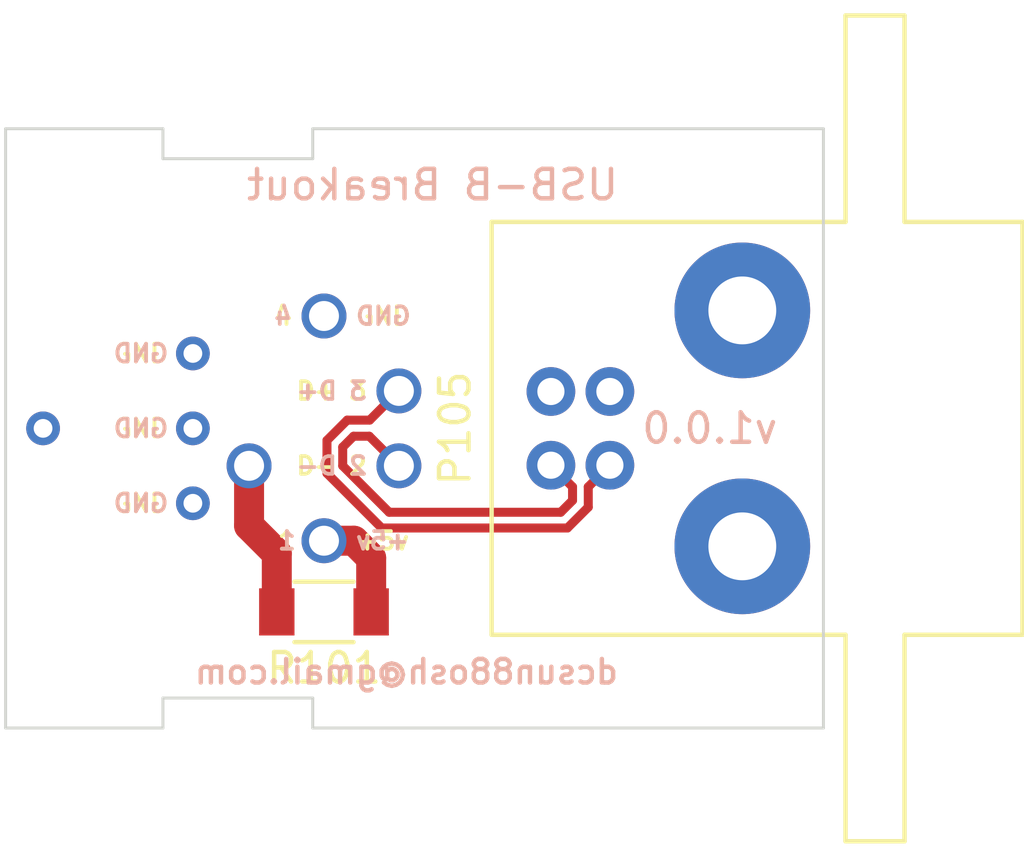
<source format=kicad_pcb>
(kicad_pcb (version 4) (host pcbnew 4.0.7)

  (general
    (links 11)
    (no_connects 0)
    (area 120.619587 86.821253 163.078747 116.378747)
    (thickness 1.6)
    (drawings 37)
    (tracks 25)
    (zones 0)
    (modules 12)
    (nets 6)
  )

  (page A4)
  (title_block
    (title "USB-B panel mount breakout")
    (date 2018-04-24)
    (rev v1.0.0)
  )

  (layers
    (0 F.Cu signal)
    (1 In1.Cu power)
    (2 In2.Cu power)
    (31 B.Cu signal)
    (32 B.Adhes user)
    (33 F.Adhes user)
    (34 B.Paste user)
    (35 F.Paste user)
    (36 B.SilkS user)
    (37 F.SilkS user)
    (38 B.Mask user)
    (39 F.Mask user)
    (40 Dwgs.User user)
    (41 Cmts.User user)
    (42 Eco1.User user)
    (43 Eco2.User user)
    (44 Edge.Cuts user)
    (45 Margin user)
    (46 B.CrtYd user)
    (47 F.CrtYd user)
    (48 B.Fab user)
    (49 F.Fab user)
  )

  (setup
    (last_trace_width 0.254)
    (user_trace_width 0.254)
    (user_trace_width 0.381)
    (user_trace_width 0.508)
    (user_trace_width 0.635)
    (user_trace_width 0.762)
    (user_trace_width 0.889)
    (user_trace_width 1.016)
    (user_trace_width 1.27)
    (trace_clearance 0.253746)
    (zone_clearance 0.253746)
    (zone_45_only no)
    (trace_min 0.127)
    (segment_width 0.15)
    (edge_width 0.1)
    (via_size 0.889)
    (via_drill 0.3302)
    (via_min_size 0.508)
    (via_min_drill 0.254)
    (user_via 0.889 0.3302)
    (user_via 1.016 0.508)
    (user_via 1.016 0.6096)
    (user_via 1.27 0.635)
    (user_via 1.524 0.762)
    (user_via 1.778 0.889)
    (user_via 2.032 1.016)
    (user_via 2.286 1.143)
    (uvia_size 0.889)
    (uvia_drill 0.3302)
    (uvias_allowed no)
    (uvia_min_size 0.508)
    (uvia_min_drill 0.254)
    (pcb_text_width 0.3)
    (pcb_text_size 1.5 1.5)
    (mod_edge_width 0.15)
    (mod_text_size 1 1)
    (mod_text_width 0.15)
    (pad_size 4.6 4.6)
    (pad_drill 2.3)
    (pad_to_mask_clearance 0.0508)
    (aux_axis_origin 0 0)
    (visible_elements FFFEFF7F)
    (pcbplotparams
      (layerselection 0x010f0_80000007)
      (usegerberextensions false)
      (excludeedgelayer true)
      (linewidth 0.100000)
      (plotframeref false)
      (viasonmask true)
      (mode 1)
      (useauxorigin false)
      (hpglpennumber 1)
      (hpglpenspeed 20)
      (hpglpendiameter 15)
      (hpglpenoverlay 2)
      (psnegative false)
      (psa4output false)
      (plotreference true)
      (plotvalue false)
      (plotinvisibletext false)
      (padsonsilk false)
      (subtractmaskfromsilk true)
      (outputformat 1)
      (mirror false)
      (drillshape 0)
      (scaleselection 1)
      (outputdirectory gerber))
  )

  (net 0 "")
  (net 1 GND)
  (net 2 /D-)
  (net 3 /D+)
  (net 4 VCC)
  (net 5 /+5v)

  (net_class Default "This is the default net class."
    (clearance 0.253746)
    (trace_width 0.254)
    (via_dia 0.889)
    (via_drill 0.3302)
    (uvia_dia 0.889)
    (uvia_drill 0.3302)
    (add_net /+5v)
    (add_net GND)
    (add_net VCC)
  )

  (net_class "Diff Pair" ""
    (clearance 0.228346)
    (trace_width 0.254)
    (via_dia 0.889)
    (via_drill 0.3302)
    (uvia_dia 0.889)
    (uvia_drill 0.3302)
    (add_net /D+)
    (add_net /D-)
  )

  (net_class minimum ""
    (clearance 0.127)
    (trace_width 0.127)
    (via_dia 0.508)
    (via_drill 0.254)
    (uvia_dia 0.508)
    (uvia_drill 0.254)
  )

  (module local:Stitching_Via_40x24mil locked (layer F.Cu) (tedit 5ADA98CB) (tstamp 5ADF8ABC)
    (at 134.62 104.14)
    (fp_text reference REF** (at 0 1.778) (layer F.SilkS) hide
      (effects (font (size 1 1) (thickness 0.15)))
    )
    (fp_text value Stitching_Via_40x24mil (at 0 -1.524) (layer F.Fab) hide
      (effects (font (size 1 1) (thickness 0.15)))
    )
    (pad ~ thru_hole circle (at 0 0) (size 1.143 1.143) (drill 0.635) (layers *.Cu *.Mask)
      (net 1 GND))
  )

  (module local:Stitching_Via_40x24mil locked (layer F.Cu) (tedit 5ADA98BE) (tstamp 5ADF8AB7)
    (at 134.62 99.06)
    (fp_text reference REF** (at 0 1.778) (layer F.SilkS) hide
      (effects (font (size 1 1) (thickness 0.15)))
    )
    (fp_text value Stitching_Via_40x24mil (at 0 -1.524) (layer F.Fab) hide
      (effects (font (size 1 1) (thickness 0.15)))
    )
    (pad ~ thru_hole circle (at 0 0) (size 1.143 1.143) (drill 0.635) (layers *.Cu *.Mask)
      (net 1 GND))
  )

  (module local:Stitching_Via_40x24mil locked (layer F.Cu) (tedit 5ADA98C5) (tstamp 5ADF8AB3)
    (at 134.62 101.6)
    (fp_text reference REF** (at 0 1.778) (layer F.SilkS) hide
      (effects (font (size 1 1) (thickness 0.15)))
    )
    (fp_text value Stitching_Via_40x24mil (at 0 -1.524) (layer F.Fab) hide
      (effects (font (size 1 1) (thickness 0.15)))
    )
    (pad ~ thru_hole circle (at 0 0) (size 1.143 1.143) (drill 0.635) (layers *.Cu *.Mask)
      (net 1 GND))
  )

  (module local:MountingHole_125mil locked (layer F.Cu) (tedit 561EF85B) (tstamp 5ADA6EE2)
    (at 132.08 107.95)
    (descr "Mounting hole, NPTH 0.125in")
    (tags "Mounting hole 0.125in")
    (fp_text reference REF** (at 0 -4.572) (layer F.SilkS) hide
      (effects (font (size 1 1) (thickness 0.15)))
    )
    (fp_text value MountingHole_125mil (at 0 4.699) (layer F.Fab) hide
      (effects (font (size 1 1) (thickness 0.15)))
    )
    (fp_circle (center 0 0) (end 3.81 0) (layer Cmts.User) (width 0.381))
    (pad "" np_thru_hole circle (at 0 0) (size 3.175 3.175) (drill 3.175) (layers *.Cu *.Mask))
  )

  (module local:MountingHole_125mil locked (layer F.Cu) (tedit 561EF85B) (tstamp 5ADA6EE0)
    (at 132.08 95.25)
    (descr "Mounting hole, NPTH 0.125in")
    (tags "Mounting hole 0.125in")
    (fp_text reference REF** (at 0 -4.572) (layer F.SilkS) hide
      (effects (font (size 1 1) (thickness 0.15)))
    )
    (fp_text value MountingHole_125mil (at 0 4.699) (layer F.Fab) hide
      (effects (font (size 1 1) (thickness 0.15)))
    )
    (fp_circle (center 0 0) (end 3.81 0) (layer Cmts.User) (width 0.381))
    (pad "" np_thru_hole circle (at 0 0) (size 3.175 3.175) (drill 3.175) (layers *.Cu *.Mask))
  )

  (module local:Stitching_Via_40x24mil locked (layer F.Cu) (tedit 5ADA9664) (tstamp 5ADF8A91)
    (at 129.54 101.6)
    (fp_text reference REF** (at 0 1.778) (layer F.SilkS) hide
      (effects (font (size 1 1) (thickness 0.15)))
    )
    (fp_text value Stitching_Via_40x24mil (at 0 -1.524) (layer F.Fab) hide
      (effects (font (size 1 1) (thickness 0.15)))
    )
    (pad ~ thru_hole circle (at 0 0) (size 1.143 1.143) (drill 0.635) (layers *.Cu *.Mask)
      (net 1 GND) (zone_connect 2))
  )

  (module local:wire_60x40mil (layer F.Cu) (tedit 5ADFBC1D) (tstamp 5ADFD8D6)
    (at 139.065 105.41)
    (path /5ADEA025)
    (fp_text reference P101 (at 0 -1.524) (layer F.SilkS) hide
      (effects (font (size 1 1) (thickness 0.15)))
    )
    (fp_text value CONN_01X01 (at 0 -2.794) (layer F.Fab)
      (effects (font (size 1 1) (thickness 0.15)))
    )
    (pad 1 thru_hole circle (at 0 0) (size 1.524 1.524) (drill 1.016) (layers *.Cu *.Mask)
      (net 5 /+5v))
  )

  (module local:wire_60x40mil (layer F.Cu) (tedit 5ADFBC1D) (tstamp 5ADFD8DA)
    (at 141.605 102.87)
    (path /5AD927DD)
    (fp_text reference P102 (at 0 -1.524) (layer F.SilkS) hide
      (effects (font (size 1 1) (thickness 0.15)))
    )
    (fp_text value CONN_01X01 (at 0 -2.794) (layer F.Fab)
      (effects (font (size 1 1) (thickness 0.15)))
    )
    (pad 1 thru_hole circle (at 0 0) (size 1.524 1.524) (drill 1.016) (layers *.Cu *.Mask)
      (net 2 /D-))
  )

  (module local:wire_60x40mil (layer F.Cu) (tedit 5ADFBC1D) (tstamp 5ADFD8DE)
    (at 141.605 100.33)
    (path /5AD928A6)
    (fp_text reference P103 (at 0 -1.524) (layer F.SilkS) hide
      (effects (font (size 1 1) (thickness 0.15)))
    )
    (fp_text value CONN_01X01 (at 0 -2.794) (layer F.Fab)
      (effects (font (size 1 1) (thickness 0.15)))
    )
    (pad 1 thru_hole circle (at 0 0) (size 1.524 1.524) (drill 1.016) (layers *.Cu *.Mask)
      (net 3 /D+))
  )

  (module local:wire_60x40mil (layer F.Cu) (tedit 5ADFBC1D) (tstamp 5ADFD8E2)
    (at 139.065 97.79)
    (path /5ADEA065)
    (fp_text reference P104 (at 0 -1.524) (layer F.SilkS) hide
      (effects (font (size 1 1) (thickness 0.15)))
    )
    (fp_text value CONN_01X01 (at 0 -2.794) (layer F.Fab)
      (effects (font (size 1 1) (thickness 0.15)))
    )
    (pad 1 thru_hole circle (at 0 0) (size 1.524 1.524) (drill 1.016) (layers *.Cu *.Mask)
      (net 1 GND))
  )

  (module local:usb-b-pm (layer F.Cu) (tedit 5AE35714) (tstamp 5ADFD977)
    (at 158.75 101.6 90)
    (path /5ADFC07A)
    (fp_text reference P105 (at 0 -15.24 90) (layer F.SilkS)
      (effects (font (size 1 1) (thickness 0.15)))
    )
    (fp_text value USB_B (at 0 -18 90) (layer F.Fab)
      (effects (font (size 1 1) (thickness 0.15)))
    )
    (fp_line (start 0 -0.5) (end 0 0.5) (layer Cmts.User) (width 0.15))
    (fp_text user "Board Edge (y-2.25mm)" (at 0 -1.5 90) (layer Cmts.User)
      (effects (font (size 0.5 0.5) (thickness 0.05)))
    )
    (fp_line (start -14 -2.25) (end 14 -2.25) (layer Cmts.User) (width 0.15))
    (fp_line (start 14.5 -2.5) (end -14.5 -2.5) (layer F.CrtYd) (width 0.05))
    (fp_line (start 14.5 -7.7) (end 14.5 -2.5) (layer F.CrtYd) (width 0.05))
    (fp_line (start 7.5 -7.7) (end 14.5 -7.7) (layer F.CrtYd) (width 0.05))
    (fp_line (start 7.5 -14.5) (end 7.5 -7.7) (layer F.CrtYd) (width 0.05))
    (fp_line (start -7.5 -14.5) (end 7.5 -14.5) (layer F.CrtYd) (width 0.05))
    (fp_line (start -7.5 -7.7) (end -7.5 -14.5) (layer F.CrtYd) (width 0.05))
    (fp_line (start -14.5 -7.7) (end -7.5 -7.7) (layer F.CrtYd) (width 0.05))
    (fp_line (start -14.5 -2.5) (end -14.5 -7.7) (layer F.CrtYd) (width 0.05))
    (fp_line (start -7 0) (end -14 0) (layer F.SilkS) (width 0.15))
    (fp_line (start -7 4) (end -7 0) (layer F.SilkS) (width 0.15))
    (fp_line (start 7 4) (end -7 4) (layer F.SilkS) (width 0.15))
    (fp_line (start 7 0) (end 7 4) (layer F.SilkS) (width 0.15))
    (fp_line (start 14 0) (end 7 0) (layer F.SilkS) (width 0.15))
    (fp_line (start 14 -2) (end 14 0) (layer F.SilkS) (width 0.15))
    (fp_line (start 7 -2) (end 14 -2) (layer F.SilkS) (width 0.15))
    (fp_line (start 7 -14) (end 7 -2) (layer F.SilkS) (width 0.15))
    (fp_line (start -7 -14) (end 7 -14) (layer F.SilkS) (width 0.15))
    (fp_line (start -7 -2) (end -7 -14) (layer F.SilkS) (width 0.15))
    (fp_line (start -14 -2) (end -7 -2) (layer F.SilkS) (width 0.15))
    (fp_line (start -14 0) (end -14 -2) (layer F.SilkS) (width 0.15))
    (fp_line (start -14 0) (end 14 0) (layer Cmts.User) (width 0.15))
    (fp_text user Panel (at 0 1 90) (layer Cmts.User)
      (effects (font (size 0.5 0.5) (thickness 0.05)))
    )
    (pad 5 thru_hole circle (at -4 -5.5 90) (size 4.6 4.6) (drill 2.3) (layers *.Cu *.Mask)
      (net 1 GND) (clearance 0.508))
    (pad 5 thru_hole circle (at 4 -5.5 90) (size 4.6 4.6) (drill 2.3) (layers *.Cu *.Mask)
      (net 1 GND) (clearance 0.508))
    (pad 1 thru_hole circle (at 1.25 -11.99 90) (size 1.651 1.651) (drill 0.92) (layers *.Cu *.Mask)
      (net 4 VCC))
    (pad 4 thru_hole circle (at 1.25 -9.99 90) (size 1.651 1.651) (drill 0.92) (layers *.Cu *.Mask)
      (net 1 GND))
    (pad 2 thru_hole circle (at -1.25 -11.99 90) (size 1.651 1.651) (drill 0.92) (layers *.Cu *.Mask)
      (net 2 /D-))
    (pad 3 thru_hole circle (at -1.25 -9.99 90) (size 1.651 1.651) (drill 0.92) (layers *.Cu *.Mask)
      (net 3 /D+))
    (model /home/guest/cae/kicad/mod/local.pretty/packages3d/musbd111m1.wrl
      (at (xyz 0 0 0))
      (scale (xyz 0.393700787402 0.393700787402 0.393700787402))
      (rotate (xyz 0 0 0))
    )
  )

  (module local:C_1206_HandSoldering (layer F.Cu) (tedit 57CA3D27) (tstamp 5AE274B2)
    (at 139.065 107.823)
    (descr "Capacitor SMD 1206, hand soldering")
    (tags "capacitor 1206")
    (path /5AE28356)
    (attr smd)
    (fp_text reference R101 (at 0 1.905) (layer F.SilkS)
      (effects (font (size 1 1) (thickness 0.15)))
    )
    (fp_text value 0R (at 0 2.3) (layer F.Fab)
      (effects (font (size 1 1) (thickness 0.15)))
    )
    (fp_line (start -2.5 -1.15) (end 2.5 -1.15) (layer F.CrtYd) (width 0.05))
    (fp_line (start -2.5 1.15) (end 2.5 1.15) (layer F.CrtYd) (width 0.05))
    (fp_line (start -2.5 -1.15) (end -2.5 1.15) (layer F.CrtYd) (width 0.05))
    (fp_line (start 2.5 -1.15) (end 2.5 1.15) (layer F.CrtYd) (width 0.05))
    (fp_line (start 1 -1.025) (end -1 -1.025) (layer F.SilkS) (width 0.15))
    (fp_line (start -1 1.025) (end 1 1.025) (layer F.SilkS) (width 0.15))
    (pad 1 smd rect (at -1.6 0) (size 1.2 1.6) (layers F.Cu F.Paste F.Mask)
      (net 4 VCC))
    (pad 2 smd rect (at 1.6 0) (size 1.2 1.6) (layers F.Cu F.Paste F.Mask)
      (net 5 /+5v))
    (model Capacitors_SMD.3dshapes/C_1206_HandSoldering.wrl
      (at (xyz 0 0 0))
      (scale (xyz 1 1 1))
      (rotate (xyz 0 0 0))
    )
  )

  (gr_text +5v (at 140.081 105.41) (layer B.SilkS) (tstamp 5AE279B0)
    (effects (font (size 0.6 0.6) (thickness 0.127)) (justify right mirror))
  )
  (gr_text D- (at 139.573 102.87) (layer B.SilkS) (tstamp 5AE279A8)
    (effects (font (size 0.6 0.6) (thickness 0.127)) (justify left mirror))
  )
  (gr_text D+ (at 139.573 100.33) (layer B.SilkS) (tstamp 5AE2799C)
    (effects (font (size 0.6 0.6) (thickness 0.127)) (justify left mirror))
  )
  (gr_text GND (at 140.081 97.79) (layer B.SilkS) (tstamp 5AE27991)
    (effects (font (size 0.6 0.6) (thickness 0.127)) (justify right mirror))
  )
  (gr_text 4 (at 138.049 97.79) (layer B.SilkS) (tstamp 5AE2794D)
    (effects (font (size 0.6 0.6) (thickness 0.127)) (justify left mirror))
  )
  (gr_text 3 (at 140.589 100.33) (layer B.SilkS) (tstamp 5AE27903)
    (effects (font (size 0.6 0.6) (thickness 0.127)) (justify left mirror))
  )
  (gr_text 2 (at 140.589 102.87) (layer B.SilkS) (tstamp 5AE278FE)
    (effects (font (size 0.6 0.6) (thickness 0.127)) (justify left mirror))
  )
  (gr_text 1 (at 138.176 105.41) (layer B.SilkS) (tstamp 5AE278F9)
    (effects (font (size 0.6 0.6) (thickness 0.127)) (justify left mirror))
  )
  (gr_text D- (at 139.573 102.87) (layer F.SilkS) (tstamp 5AE278DF)
    (effects (font (size 0.6 0.6) (thickness 0.127)) (justify right))
  )
  (gr_text D+ (at 139.573 100.33) (layer F.SilkS) (tstamp 5AE278D1)
    (effects (font (size 0.6 0.6) (thickness 0.127)) (justify right))
  )
  (gr_text +5v (at 140.081 105.41) (layer F.SilkS) (tstamp 5AE278C3)
    (effects (font (size 0.6 0.6) (thickness 0.127)) (justify left))
  )
  (gr_text GND (at 140.081 97.79) (layer F.SilkS) (tstamp 5AE278B1)
    (effects (font (size 0.6 0.6) (thickness 0.127)) (justify left))
  )
  (gr_text 4 (at 138.049 97.79) (layer F.SilkS) (tstamp 5AE27882)
    (effects (font (size 0.6 0.6) (thickness 0.127)) (justify right))
  )
  (gr_text 3 (at 140.589 100.33) (layer F.SilkS) (tstamp 5AE27880)
    (effects (font (size 0.6 0.6) (thickness 0.127)) (justify right))
  )
  (gr_text 2 (at 140.589 102.87) (layer F.SilkS) (tstamp 5AE2787C)
    (effects (font (size 0.6 0.6) (thickness 0.127)) (justify right))
  )
  (gr_text 1 (at 138.176 105.41) (layer F.SilkS) (tstamp 5AE27868)
    (effects (font (size 0.6 0.6) (thickness 0.127)) (justify right))
  )
  (gr_text GND (at 133.858 99.06) (layer B.SilkS) (tstamp 5ADF8AD1)
    (effects (font (size 0.6 0.6) (thickness 0.127)) (justify left mirror))
  )
  (gr_text GND (at 133.858 101.6) (layer B.SilkS) (tstamp 5ADF8AD0)
    (effects (font (size 0.6 0.6) (thickness 0.127)) (justify left mirror))
  )
  (gr_text GND (at 133.858 104.14) (layer B.SilkS) (tstamp 5ADF8ACD)
    (effects (font (size 0.6 0.6) (thickness 0.127)) (justify left mirror))
  )
  (gr_text GND (at 133.858 104.14) (layer F.SilkS) (tstamp 5ADF8AC9)
    (effects (font (size 0.6 0.6) (thickness 0.127)) (justify right))
  )
  (gr_text GND (at 133.858 101.6) (layer F.SilkS) (tstamp 5ADF8AC8)
    (effects (font (size 0.6 0.6) (thickness 0.127)) (justify right))
  )
  (gr_text GND (at 133.858 99.06) (layer F.SilkS) (tstamp 5ADF8AC2)
    (effects (font (size 0.6 0.6) (thickness 0.127)) (justify right))
  )
  (gr_line (start 133.604 111.76) (end 128.27 111.76) (layer Edge.Cuts) (width 0.1))
  (gr_line (start 133.604 91.44) (end 128.27 91.44) (layer Edge.Cuts) (width 0.1))
  (gr_line (start 138.684 110.744) (end 138.684 111.76) (layer Edge.Cuts) (width 0.1))
  (gr_line (start 133.604 110.744) (end 138.684 110.744) (layer Edge.Cuts) (width 0.1))
  (gr_line (start 133.604 111.76) (end 133.604 110.744) (layer Edge.Cuts) (width 0.1))
  (gr_line (start 138.684 92.456) (end 138.684 91.44) (layer Edge.Cuts) (width 0.1))
  (gr_line (start 133.604 92.456) (end 138.684 92.456) (layer Edge.Cuts) (width 0.1))
  (gr_line (start 133.604 91.44) (end 133.604 92.456) (layer Edge.Cuts) (width 0.1))
  (gr_text "USB-B Breakout" (at 142.748 93.345) (layer B.SilkS) (tstamp 5ADDDD78)
    (effects (font (size 1 1) (thickness 0.15)) (justify mirror))
  )
  (gr_text v1.0.0 (at 152.146 101.6) (layer B.SilkS) (tstamp 5ADDDD75)
    (effects (font (size 1 1) (thickness 0.15)) (justify mirror))
  )
  (gr_text dcsun88osh@gmail.com (at 141.859 109.855) (layer B.SilkS)
    (effects (font (size 0.8 0.8) (thickness 0.15)) (justify mirror))
  )
  (gr_line (start 156 91.44) (end 156 111.76) (layer Edge.Cuts) (width 0.1))
  (gr_line (start 138.684 91.44) (end 156 91.44) (layer Edge.Cuts) (width 0.1))
  (gr_line (start 128.27 111.76) (end 128.27 91.44) (layer Edge.Cuts) (width 0.1))
  (gr_line (start 156 111.76) (end 138.684 111.76) (layer Edge.Cuts) (width 0.1))

  (segment (start 146.76 102.85) (end 147.493301 103.583301) (width 0.3048) (layer F.Cu) (net 2))
  (segment (start 147.493301 103.583301) (end 147.493301 104.042899) (width 0.3048) (layer F.Cu) (net 2))
  (segment (start 147.493301 104.042899) (end 147.0914 104.4448) (width 0.3048) (layer F.Cu) (net 2))
  (segment (start 147.0914 104.4448) (end 141.2748 104.4448) (width 0.3048) (layer F.Cu) (net 2))
  (segment (start 141.2748 104.4448) (end 139.7 102.87) (width 0.3048) (layer F.Cu) (net 2))
  (segment (start 139.7 102.87) (end 139.7 102.235) (width 0.3048) (layer F.Cu) (net 2))
  (segment (start 139.7 102.235) (end 140.068301 101.866699) (width 0.3048) (layer F.Cu) (net 2))
  (segment (start 140.068301 101.866699) (end 140.601699 101.866699) (width 0.3048) (layer F.Cu) (net 2))
  (segment (start 140.601699 101.866699) (end 141.605 102.87) (width 0.3048) (layer F.Cu) (net 2))
  (segment (start 148.76 102.85) (end 148.026699 103.583301) (width 0.3048) (layer F.Cu) (net 3))
  (segment (start 148.026699 103.583301) (end 148.026699 104.271501) (width 0.3048) (layer F.Cu) (net 3))
  (segment (start 148.026699 104.271501) (end 147.32 104.9782) (width 0.3048) (layer F.Cu) (net 3))
  (segment (start 147.32 104.9782) (end 141.0208 104.9782) (width 0.3048) (layer F.Cu) (net 3))
  (segment (start 141.0208 104.9782) (end 139.1666 103.124) (width 0.3048) (layer F.Cu) (net 3))
  (segment (start 139.1666 103.124) (end 139.1666 102.0064) (width 0.3048) (layer F.Cu) (net 3))
  (segment (start 139.1666 102.0064) (end 139.8524 101.3206) (width 0.3048) (layer F.Cu) (net 3))
  (segment (start 139.8524 101.3206) (end 140.6144 101.3206) (width 0.3048) (layer F.Cu) (net 3))
  (segment (start 140.6144 101.3206) (end 141.605 100.33) (width 0.3048) (layer F.Cu) (net 3))
  (via (at 136.525 102.87) (size 1.524) (drill 1.016) (layers F.Cu B.Cu) (net 4))
  (segment (start 137.465 105.842) (end 137.465 107.823) (width 1.016) (layer F.Cu) (net 4))
  (segment (start 136.525 102.87) (end 136.525 104.902) (width 1.016) (layer F.Cu) (net 4))
  (segment (start 136.525 104.902) (end 137.465 105.842) (width 1.016) (layer F.Cu) (net 4))
  (segment (start 139.065 105.41) (end 140.081 105.41) (width 1.016) (layer F.Cu) (net 5))
  (segment (start 140.081 105.41) (end 140.665 105.994) (width 1.016) (layer F.Cu) (net 5))
  (segment (start 140.665 105.994) (end 140.665 107.823) (width 1.016) (layer F.Cu) (net 5))

  (zone (net 1) (net_name GND) (layer In1.Cu) (tstamp 0) (hatch edge 0.508)
    (connect_pads (clearance 0.253746))
    (min_thickness 0.254)
    (fill yes (arc_segments 16) (thermal_gap 0.253746) (thermal_bridge_width 0.508))
    (polygon
      (pts
        (xy 128.27 91.44) (xy 128.27 111.76) (xy 156.21 111.76) (xy 156.21 91.44)
      )
    )
    (filled_polygon
      (pts
        (xy 133.173254 92.456) (xy 133.206043 92.620839) (xy 133.299417 92.760583) (xy 133.439161 92.853957) (xy 133.604 92.886746)
        (xy 138.684 92.886746) (xy 138.848839 92.853957) (xy 138.988583 92.760583) (xy 139.081957 92.620839) (xy 139.114746 92.456)
        (xy 139.114746 91.870746) (xy 155.569254 91.870746) (xy 155.569254 96.184181) (xy 155.533518 96.097907) (xy 155.203043 95.826562)
        (xy 153.429605 97.6) (xy 155.203043 99.373438) (xy 155.533518 99.102093) (xy 155.569254 99.014028) (xy 155.569254 104.184181)
        (xy 155.533518 104.097907) (xy 155.203043 103.826562) (xy 153.429605 105.6) (xy 155.203043 107.373438) (xy 155.533518 107.102093)
        (xy 155.569254 107.014028) (xy 155.569254 111.329254) (xy 139.114746 111.329254) (xy 139.114746 110.744) (xy 139.081957 110.579161)
        (xy 138.988583 110.439417) (xy 138.848839 110.346043) (xy 138.684 110.313254) (xy 133.604 110.313254) (xy 133.439161 110.346043)
        (xy 133.299417 110.439417) (xy 133.206043 110.579161) (xy 133.173254 110.744) (xy 133.173254 111.329254) (xy 128.700746 111.329254)
        (xy 128.700746 108.339791) (xy 130.111413 108.339791) (xy 130.410429 109.063465) (xy 130.963623 109.617625) (xy 131.686774 109.917903)
        (xy 132.469791 109.918587) (xy 133.193465 109.619571) (xy 133.747625 109.066377) (xy 134.047903 108.343226) (xy 134.048587 107.560209)
        (xy 134.045627 107.553043) (xy 151.476562 107.553043) (xy 151.747907 107.883518) (xy 152.736112 108.284521) (xy 153.80255 108.276831)
        (xy 154.752093 107.883518) (xy 155.023438 107.553043) (xy 153.25 105.779605) (xy 151.476562 107.553043) (xy 134.045627 107.553043)
        (xy 133.749571 106.836535) (xy 133.196377 106.282375) (xy 132.473226 105.982097) (xy 131.690209 105.981413) (xy 130.966535 106.280429)
        (xy 130.412375 106.833623) (xy 130.112097 107.556774) (xy 130.111413 108.339791) (xy 128.700746 108.339791) (xy 128.700746 105.636309)
        (xy 137.922056 105.636309) (xy 138.095662 106.056468) (xy 138.416841 106.378208) (xy 138.836696 106.552547) (xy 139.291309 106.552944)
        (xy 139.711468 106.379338) (xy 140.033208 106.058159) (xy 140.207547 105.638304) (xy 140.207944 105.183691) (xy 140.167626 105.086112)
        (xy 150.565479 105.086112) (xy 150.573169 106.15255) (xy 150.966482 107.102093) (xy 151.296957 107.373438) (xy 153.070395 105.6)
        (xy 151.296957 103.826562) (xy 150.966482 104.097907) (xy 150.565479 105.086112) (xy 140.167626 105.086112) (xy 140.034338 104.763532)
        (xy 139.713159 104.441792) (xy 139.293304 104.267453) (xy 138.838691 104.267056) (xy 138.418532 104.440662) (xy 138.096792 104.761841)
        (xy 137.922453 105.181696) (xy 137.922056 105.636309) (xy 128.700746 105.636309) (xy 128.700746 104.842481) (xy 134.097124 104.842481)
        (xy 134.156967 104.993376) (xy 134.518785 105.105612) (xy 134.896013 105.070842) (xy 135.083033 104.993376) (xy 135.142876 104.842481)
        (xy 134.62 104.319605) (xy 134.097124 104.842481) (xy 128.700746 104.842481) (xy 128.700746 104.038785) (xy 133.654388 104.038785)
        (xy 133.689158 104.416013) (xy 133.766624 104.603033) (xy 133.917519 104.662876) (xy 134.440395 104.14) (xy 134.799605 104.14)
        (xy 135.322481 104.662876) (xy 135.473376 104.603033) (xy 135.585612 104.241215) (xy 135.550842 103.863987) (xy 135.473376 103.676967)
        (xy 135.322481 103.617124) (xy 134.799605 104.14) (xy 134.440395 104.14) (xy 133.917519 103.617124) (xy 133.766624 103.676967)
        (xy 133.654388 104.038785) (xy 128.700746 104.038785) (xy 128.700746 103.437519) (xy 134.097124 103.437519) (xy 134.62 103.960395)
        (xy 135.142876 103.437519) (xy 135.083033 103.286624) (xy 134.721215 103.174388) (xy 134.343987 103.209158) (xy 134.156967 103.286624)
        (xy 134.097124 103.437519) (xy 128.700746 103.437519) (xy 128.700746 103.096309) (xy 135.382056 103.096309) (xy 135.555662 103.516468)
        (xy 135.876841 103.838208) (xy 136.296696 104.012547) (xy 136.751309 104.012944) (xy 137.171468 103.839338) (xy 137.493208 103.518159)
        (xy 137.667547 103.098304) (xy 137.667548 103.096309) (xy 140.462056 103.096309) (xy 140.635662 103.516468) (xy 140.956841 103.838208)
        (xy 141.376696 104.012547) (xy 141.831309 104.012944) (xy 142.251468 103.839338) (xy 142.573208 103.518159) (xy 142.747547 103.098304)
        (xy 142.747555 103.088885) (xy 145.553545 103.088885) (xy 145.736798 103.532391) (xy 146.075824 103.87201) (xy 146.51901 104.056036)
        (xy 146.998885 104.056455) (xy 147.442391 103.873202) (xy 147.760257 103.555891) (xy 148.075824 103.87201) (xy 148.51901 104.056036)
        (xy 148.998885 104.056455) (xy 149.442391 103.873202) (xy 149.669031 103.646957) (xy 151.476562 103.646957) (xy 153.25 105.420395)
        (xy 155.023438 103.646957) (xy 154.752093 103.316482) (xy 153.763888 102.915479) (xy 152.69745 102.923169) (xy 151.747907 103.316482)
        (xy 151.476562 103.646957) (xy 149.669031 103.646957) (xy 149.78201 103.534176) (xy 149.966036 103.09099) (xy 149.966455 102.611115)
        (xy 149.783202 102.167609) (xy 149.444176 101.82799) (xy 149.00099 101.643964) (xy 148.521115 101.643545) (xy 148.077609 101.826798)
        (xy 147.759743 102.144109) (xy 147.444176 101.82799) (xy 147.00099 101.643964) (xy 146.521115 101.643545) (xy 146.077609 101.826798)
        (xy 145.73799 102.165824) (xy 145.553964 102.60901) (xy 145.553545 103.088885) (xy 142.747555 103.088885) (xy 142.747944 102.643691)
        (xy 142.574338 102.223532) (xy 142.253159 101.901792) (xy 141.833304 101.727453) (xy 141.378691 101.727056) (xy 140.958532 101.900662)
        (xy 140.636792 102.221841) (xy 140.462453 102.641696) (xy 140.462056 103.096309) (xy 137.667548 103.096309) (xy 137.667944 102.643691)
        (xy 137.494338 102.223532) (xy 137.173159 101.901792) (xy 136.753304 101.727453) (xy 136.298691 101.727056) (xy 135.878532 101.900662)
        (xy 135.556792 102.221841) (xy 135.382453 102.641696) (xy 135.382056 103.096309) (xy 128.700746 103.096309) (xy 128.700746 102.302481)
        (xy 134.097124 102.302481) (xy 134.156967 102.453376) (xy 134.518785 102.565612) (xy 134.896013 102.530842) (xy 135.083033 102.453376)
        (xy 135.142876 102.302481) (xy 134.62 101.779605) (xy 134.097124 102.302481) (xy 128.700746 102.302481) (xy 128.700746 101.498785)
        (xy 133.654388 101.498785) (xy 133.689158 101.876013) (xy 133.766624 102.063033) (xy 133.917519 102.122876) (xy 134.440395 101.6)
        (xy 134.799605 101.6) (xy 135.322481 102.122876) (xy 135.473376 102.063033) (xy 135.585612 101.701215) (xy 135.550842 101.323987)
        (xy 135.473376 101.136967) (xy 135.322481 101.077124) (xy 134.799605 101.6) (xy 134.440395 101.6) (xy 133.917519 101.077124)
        (xy 133.766624 101.136967) (xy 133.654388 101.498785) (xy 128.700746 101.498785) (xy 128.700746 100.897519) (xy 134.097124 100.897519)
        (xy 134.62 101.420395) (xy 135.142876 100.897519) (xy 135.083033 100.746624) (xy 134.721215 100.634388) (xy 134.343987 100.669158)
        (xy 134.156967 100.746624) (xy 134.097124 100.897519) (xy 128.700746 100.897519) (xy 128.700746 100.556309) (xy 140.462056 100.556309)
        (xy 140.635662 100.976468) (xy 140.956841 101.298208) (xy 141.376696 101.472547) (xy 141.831309 101.472944) (xy 142.251468 101.299338)
        (xy 142.573208 100.978159) (xy 142.734848 100.588885) (xy 145.553545 100.588885) (xy 145.736798 101.032391) (xy 146.075824 101.37201)
        (xy 146.51901 101.556036) (xy 146.998885 101.556455) (xy 147.442391 101.373202) (xy 147.578722 101.237109) (xy 148.052496 101.237109)
        (xy 148.143706 101.414322) (xy 148.597916 101.56915) (xy 149.076803 101.538374) (xy 149.376294 101.414322) (xy 149.467504 101.237109)
        (xy 148.76 100.529605) (xy 148.052496 101.237109) (xy 147.578722 101.237109) (xy 147.78201 101.034176) (xy 147.790032 101.014857)
        (xy 147.872891 101.057504) (xy 148.580395 100.35) (xy 148.939605 100.35) (xy 149.647109 101.057504) (xy 149.824322 100.966294)
        (xy 149.97915 100.512084) (xy 149.948374 100.033197) (xy 149.824322 99.733706) (xy 149.647109 99.642496) (xy 148.939605 100.35)
        (xy 148.580395 100.35) (xy 147.872891 99.642496) (xy 147.790374 99.684967) (xy 147.783202 99.667609) (xy 147.578842 99.462891)
        (xy 148.052496 99.462891) (xy 148.76 100.170395) (xy 149.377352 99.553043) (xy 151.476562 99.553043) (xy 151.747907 99.883518)
        (xy 152.736112 100.284521) (xy 153.80255 100.276831) (xy 154.752093 99.883518) (xy 155.023438 99.553043) (xy 153.25 97.779605)
        (xy 151.476562 99.553043) (xy 149.377352 99.553043) (xy 149.467504 99.462891) (xy 149.376294 99.285678) (xy 148.922084 99.13085)
        (xy 148.443197 99.161626) (xy 148.143706 99.285678) (xy 148.052496 99.462891) (xy 147.578842 99.462891) (xy 147.444176 99.32799)
        (xy 147.00099 99.143964) (xy 146.521115 99.143545) (xy 146.077609 99.326798) (xy 145.73799 99.665824) (xy 145.553964 100.10901)
        (xy 145.553545 100.588885) (xy 142.734848 100.588885) (xy 142.747547 100.558304) (xy 142.747944 100.103691) (xy 142.574338 99.683532)
        (xy 142.253159 99.361792) (xy 141.833304 99.187453) (xy 141.378691 99.187056) (xy 140.958532 99.360662) (xy 140.636792 99.681841)
        (xy 140.462453 100.101696) (xy 140.462056 100.556309) (xy 128.700746 100.556309) (xy 128.700746 99.762481) (xy 134.097124 99.762481)
        (xy 134.156967 99.913376) (xy 134.518785 100.025612) (xy 134.896013 99.990842) (xy 135.083033 99.913376) (xy 135.142876 99.762481)
        (xy 134.62 99.239605) (xy 134.097124 99.762481) (xy 128.700746 99.762481) (xy 128.700746 98.958785) (xy 133.654388 98.958785)
        (xy 133.689158 99.336013) (xy 133.766624 99.523033) (xy 133.917519 99.582876) (xy 134.440395 99.06) (xy 134.799605 99.06)
        (xy 135.322481 99.582876) (xy 135.473376 99.523033) (xy 135.585612 99.161215) (xy 135.550842 98.783987) (xy 135.487482 98.631021)
        (xy 138.403584 98.631021) (xy 138.486977 98.801646) (xy 138.918117 98.94584) (xy 139.371618 98.914066) (xy 139.643023 98.801646)
        (xy 139.726416 98.631021) (xy 139.065 97.969605) (xy 138.403584 98.631021) (xy 135.487482 98.631021) (xy 135.473376 98.596967)
        (xy 135.322481 98.537124) (xy 134.799605 99.06) (xy 134.440395 99.06) (xy 133.917519 98.537124) (xy 133.766624 98.596967)
        (xy 133.654388 98.958785) (xy 128.700746 98.958785) (xy 128.700746 98.357519) (xy 134.097124 98.357519) (xy 134.62 98.880395)
        (xy 135.142876 98.357519) (xy 135.083033 98.206624) (xy 134.721215 98.094388) (xy 134.343987 98.129158) (xy 134.156967 98.206624)
        (xy 134.097124 98.357519) (xy 128.700746 98.357519) (xy 128.700746 97.643117) (xy 137.90916 97.643117) (xy 137.940934 98.096618)
        (xy 138.053354 98.368023) (xy 138.223979 98.451416) (xy 138.885395 97.79) (xy 139.244605 97.79) (xy 139.906021 98.451416)
        (xy 140.076646 98.368023) (xy 140.22084 97.936883) (xy 140.189066 97.483382) (xy 140.076646 97.211977) (xy 139.906021 97.128584)
        (xy 139.244605 97.79) (xy 138.885395 97.79) (xy 138.223979 97.128584) (xy 138.053354 97.211977) (xy 137.90916 97.643117)
        (xy 128.700746 97.643117) (xy 128.700746 95.639791) (xy 130.111413 95.639791) (xy 130.410429 96.363465) (xy 130.963623 96.917625)
        (xy 131.686774 97.217903) (xy 132.469791 97.218587) (xy 133.122292 96.948979) (xy 138.403584 96.948979) (xy 139.065 97.610395)
        (xy 139.589283 97.086112) (xy 150.565479 97.086112) (xy 150.573169 98.15255) (xy 150.966482 99.102093) (xy 151.296957 99.373438)
        (xy 153.070395 97.6) (xy 151.296957 95.826562) (xy 150.966482 96.097907) (xy 150.565479 97.086112) (xy 139.589283 97.086112)
        (xy 139.726416 96.948979) (xy 139.643023 96.778354) (xy 139.211883 96.63416) (xy 138.758382 96.665934) (xy 138.486977 96.778354)
        (xy 138.403584 96.948979) (xy 133.122292 96.948979) (xy 133.193465 96.919571) (xy 133.747625 96.366377) (xy 134.046353 95.646957)
        (xy 151.476562 95.646957) (xy 153.25 97.420395) (xy 155.023438 95.646957) (xy 154.752093 95.316482) (xy 153.763888 94.915479)
        (xy 152.69745 94.923169) (xy 151.747907 95.316482) (xy 151.476562 95.646957) (xy 134.046353 95.646957) (xy 134.047903 95.643226)
        (xy 134.048587 94.860209) (xy 133.749571 94.136535) (xy 133.196377 93.582375) (xy 132.473226 93.282097) (xy 131.690209 93.281413)
        (xy 130.966535 93.580429) (xy 130.412375 94.133623) (xy 130.112097 94.856774) (xy 130.111413 95.639791) (xy 128.700746 95.639791)
        (xy 128.700746 91.870746) (xy 133.173254 91.870746)
      )
    )
  )
  (zone (net 4) (net_name VCC) (layer In2.Cu) (tstamp 0) (hatch edge 0.508)
    (connect_pads (clearance 0.253746))
    (min_thickness 0.254)
    (fill yes (arc_segments 16) (thermal_gap 0.253746) (thermal_bridge_width 0.508))
    (polygon
      (pts
        (xy 128.27 91.44) (xy 128.27 111.76) (xy 156.21 111.76) (xy 156.21 91.44)
      )
    )
    (filled_polygon
      (pts
        (xy 133.173254 92.456) (xy 133.206043 92.620839) (xy 133.299417 92.760583) (xy 133.439161 92.853957) (xy 133.604 92.886746)
        (xy 138.684 92.886746) (xy 138.848839 92.853957) (xy 138.988583 92.760583) (xy 139.081957 92.620839) (xy 139.114746 92.456)
        (xy 139.114746 91.870746) (xy 155.569254 91.870746) (xy 155.569254 95.768961) (xy 154.914715 95.113279) (xy 153.836369 94.665511)
        (xy 152.668754 94.664492) (xy 151.589628 95.110377) (xy 150.763279 95.935285) (xy 150.315511 97.013631) (xy 150.314492 98.181246)
        (xy 150.760377 99.260372) (xy 151.585285 100.086721) (xy 152.663631 100.534489) (xy 153.831246 100.535508) (xy 154.910372 100.089623)
        (xy 155.569254 99.43189) (xy 155.569254 103.768961) (xy 154.914715 103.113279) (xy 153.836369 102.665511) (xy 152.668754 102.664492)
        (xy 151.589628 103.110377) (xy 150.763279 103.935285) (xy 150.315511 105.013631) (xy 150.314492 106.181246) (xy 150.760377 107.260372)
        (xy 151.585285 108.086721) (xy 152.663631 108.534489) (xy 153.831246 108.535508) (xy 154.910372 108.089623) (xy 155.569254 107.43189)
        (xy 155.569254 111.329254) (xy 139.114746 111.329254) (xy 139.114746 110.744) (xy 139.081957 110.579161) (xy 138.988583 110.439417)
        (xy 138.848839 110.346043) (xy 138.684 110.313254) (xy 133.604 110.313254) (xy 133.439161 110.346043) (xy 133.299417 110.439417)
        (xy 133.206043 110.579161) (xy 133.173254 110.744) (xy 133.173254 111.329254) (xy 128.700746 111.329254) (xy 128.700746 108.339791)
        (xy 130.111413 108.339791) (xy 130.410429 109.063465) (xy 130.963623 109.617625) (xy 131.686774 109.917903) (xy 132.469791 109.918587)
        (xy 133.193465 109.619571) (xy 133.747625 109.066377) (xy 134.047903 108.343226) (xy 134.048587 107.560209) (xy 133.749571 106.836535)
        (xy 133.196377 106.282375) (xy 132.473226 105.982097) (xy 131.690209 105.981413) (xy 130.966535 106.280429) (xy 130.412375 106.833623)
        (xy 130.112097 107.556774) (xy 130.111413 108.339791) (xy 128.700746 108.339791) (xy 128.700746 105.636309) (xy 137.922056 105.636309)
        (xy 138.095662 106.056468) (xy 138.416841 106.378208) (xy 138.836696 106.552547) (xy 139.291309 106.552944) (xy 139.711468 106.379338)
        (xy 140.033208 106.058159) (xy 140.207547 105.638304) (xy 140.207944 105.183691) (xy 140.034338 104.763532) (xy 139.713159 104.441792)
        (xy 139.293304 104.267453) (xy 138.838691 104.267056) (xy 138.418532 104.440662) (xy 138.096792 104.761841) (xy 137.922453 105.181696)
        (xy 137.922056 105.636309) (xy 128.700746 105.636309) (xy 128.700746 104.328583) (xy 133.667589 104.328583) (xy 133.812254 104.6787)
        (xy 134.079891 104.946804) (xy 134.429755 105.092081) (xy 134.808583 105.092411) (xy 135.1587 104.947746) (xy 135.426804 104.680109)
        (xy 135.572081 104.330245) (xy 135.572411 103.951417) (xy 135.427746 103.6013) (xy 135.160109 103.333196) (xy 134.810245 103.187919)
        (xy 134.431417 103.187589) (xy 134.0813 103.332254) (xy 133.813196 103.599891) (xy 133.667919 103.949755) (xy 133.667589 104.328583)
        (xy 128.700746 104.328583) (xy 128.700746 103.096309) (xy 140.462056 103.096309) (xy 140.635662 103.516468) (xy 140.956841 103.838208)
        (xy 141.376696 104.012547) (xy 141.831309 104.012944) (xy 142.251468 103.839338) (xy 142.573208 103.518159) (xy 142.747547 103.098304)
        (xy 142.747555 103.088885) (xy 145.553545 103.088885) (xy 145.736798 103.532391) (xy 146.075824 103.87201) (xy 146.51901 104.056036)
        (xy 146.998885 104.056455) (xy 147.442391 103.873202) (xy 147.760257 103.555891) (xy 148.075824 103.87201) (xy 148.51901 104.056036)
        (xy 148.998885 104.056455) (xy 149.442391 103.873202) (xy 149.78201 103.534176) (xy 149.966036 103.09099) (xy 149.966455 102.611115)
        (xy 149.783202 102.167609) (xy 149.444176 101.82799) (xy 149.00099 101.643964) (xy 148.521115 101.643545) (xy 148.077609 101.826798)
        (xy 147.759743 102.144109) (xy 147.444176 101.82799) (xy 147.00099 101.643964) (xy 146.521115 101.643545) (xy 146.077609 101.826798)
        (xy 145.73799 102.165824) (xy 145.553964 102.60901) (xy 145.553545 103.088885) (xy 142.747555 103.088885) (xy 142.747944 102.643691)
        (xy 142.574338 102.223532) (xy 142.253159 101.901792) (xy 141.833304 101.727453) (xy 141.378691 101.727056) (xy 140.958532 101.900662)
        (xy 140.636792 102.221841) (xy 140.462453 102.641696) (xy 140.462056 103.096309) (xy 128.700746 103.096309) (xy 128.700746 102.062445)
        (xy 128.732254 102.1387) (xy 128.999891 102.406804) (xy 129.349755 102.552081) (xy 129.728583 102.552411) (xy 130.0787 102.407746)
        (xy 130.346804 102.140109) (xy 130.492081 101.790245) (xy 130.492082 101.788583) (xy 133.667589 101.788583) (xy 133.812254 102.1387)
        (xy 134.079891 102.406804) (xy 134.429755 102.552081) (xy 134.808583 102.552411) (xy 135.1587 102.407746) (xy 135.426804 102.140109)
        (xy 135.572081 101.790245) (xy 135.572411 101.411417) (xy 135.427746 101.0613) (xy 135.160109 100.793196) (xy 134.810245 100.647919)
        (xy 134.431417 100.647589) (xy 134.0813 100.792254) (xy 133.813196 101.059891) (xy 133.667919 101.409755) (xy 133.667589 101.788583)
        (xy 130.492082 101.788583) (xy 130.492411 101.411417) (xy 130.347746 101.0613) (xy 130.080109 100.793196) (xy 129.730245 100.647919)
        (xy 129.351417 100.647589) (xy 129.0013 100.792254) (xy 128.733196 101.059891) (xy 128.700746 101.138039) (xy 128.700746 100.556309)
        (xy 140.462056 100.556309) (xy 140.635662 100.976468) (xy 140.956841 101.298208) (xy 141.376696 101.472547) (xy 141.831309 101.472944)
        (xy 142.251468 101.299338) (xy 142.313805 101.237109) (xy 146.052496 101.237109) (xy 146.143706 101.414322) (xy 146.597916 101.56915)
        (xy 147.076803 101.538374) (xy 147.376294 101.414322) (xy 147.467504 101.237109) (xy 146.76 100.529605) (xy 146.052496 101.237109)
        (xy 142.313805 101.237109) (xy 142.573208 100.978159) (xy 142.747547 100.558304) (xy 142.74787 100.187916) (xy 145.54085 100.187916)
        (xy 145.571626 100.666803) (xy 145.695678 100.966294) (xy 145.872891 101.057504) (xy 146.580395 100.35) (xy 146.939605 100.35)
        (xy 147.647109 101.057504) (xy 147.729626 101.015033) (xy 147.736798 101.032391) (xy 148.075824 101.37201) (xy 148.51901 101.556036)
        (xy 148.998885 101.556455) (xy 149.442391 101.373202) (xy 149.78201 101.034176) (xy 149.966036 100.59099) (xy 149.966455 100.111115)
        (xy 149.783202 99.667609) (xy 149.444176 99.32799) (xy 149.00099 99.143964) (xy 148.521115 99.143545) (xy 148.077609 99.326798)
        (xy 147.73799 99.665824) (xy 147.729968 99.685143) (xy 147.647109 99.642496) (xy 146.939605 100.35) (xy 146.580395 100.35)
        (xy 145.872891 99.642496) (xy 145.695678 99.733706) (xy 145.54085 100.187916) (xy 142.74787 100.187916) (xy 142.747944 100.103691)
        (xy 142.574338 99.683532) (xy 142.354082 99.462891) (xy 146.052496 99.462891) (xy 146.76 100.170395) (xy 147.467504 99.462891)
        (xy 147.376294 99.285678) (xy 146.922084 99.13085) (xy 146.443197 99.161626) (xy 146.143706 99.285678) (xy 146.052496 99.462891)
        (xy 142.354082 99.462891) (xy 142.253159 99.361792) (xy 141.833304 99.187453) (xy 141.378691 99.187056) (xy 140.958532 99.360662)
        (xy 140.636792 99.681841) (xy 140.462453 100.101696) (xy 140.462056 100.556309) (xy 128.700746 100.556309) (xy 128.700746 99.248583)
        (xy 133.667589 99.248583) (xy 133.812254 99.5987) (xy 134.079891 99.866804) (xy 134.429755 100.012081) (xy 134.808583 100.012411)
        (xy 135.1587 99.867746) (xy 135.426804 99.600109) (xy 135.572081 99.250245) (xy 135.572411 98.871417) (xy 135.427746 98.5213)
        (xy 135.160109 98.253196) (xy 134.810245 98.107919) (xy 134.431417 98.107589) (xy 134.0813 98.252254) (xy 133.813196 98.519891)
        (xy 133.667919 98.869755) (xy 133.667589 99.248583) (xy 128.700746 99.248583) (xy 128.700746 98.016309) (xy 137.922056 98.016309)
        (xy 138.095662 98.436468) (xy 138.416841 98.758208) (xy 138.836696 98.932547) (xy 139.291309 98.932944) (xy 139.711468 98.759338)
        (xy 140.033208 98.438159) (xy 140.207547 98.018304) (xy 140.207944 97.563691) (xy 140.034338 97.143532) (xy 139.713159 96.821792)
        (xy 139.293304 96.647453) (xy 138.838691 96.647056) (xy 138.418532 96.820662) (xy 138.096792 97.141841) (xy 137.922453 97.561696)
        (xy 137.922056 98.016309) (xy 128.700746 98.016309) (xy 128.700746 95.639791) (xy 130.111413 95.639791) (xy 130.410429 96.363465)
        (xy 130.963623 96.917625) (xy 131.686774 97.217903) (xy 132.469791 97.218587) (xy 133.193465 96.919571) (xy 133.747625 96.366377)
        (xy 134.047903 95.643226) (xy 134.048587 94.860209) (xy 133.749571 94.136535) (xy 133.196377 93.582375) (xy 132.473226 93.282097)
        (xy 131.690209 93.281413) (xy 130.966535 93.580429) (xy 130.412375 94.133623) (xy 130.112097 94.856774) (xy 130.111413 95.639791)
        (xy 128.700746 95.639791) (xy 128.700746 91.870746) (xy 133.173254 91.870746)
      )
    )
  )
)

</source>
